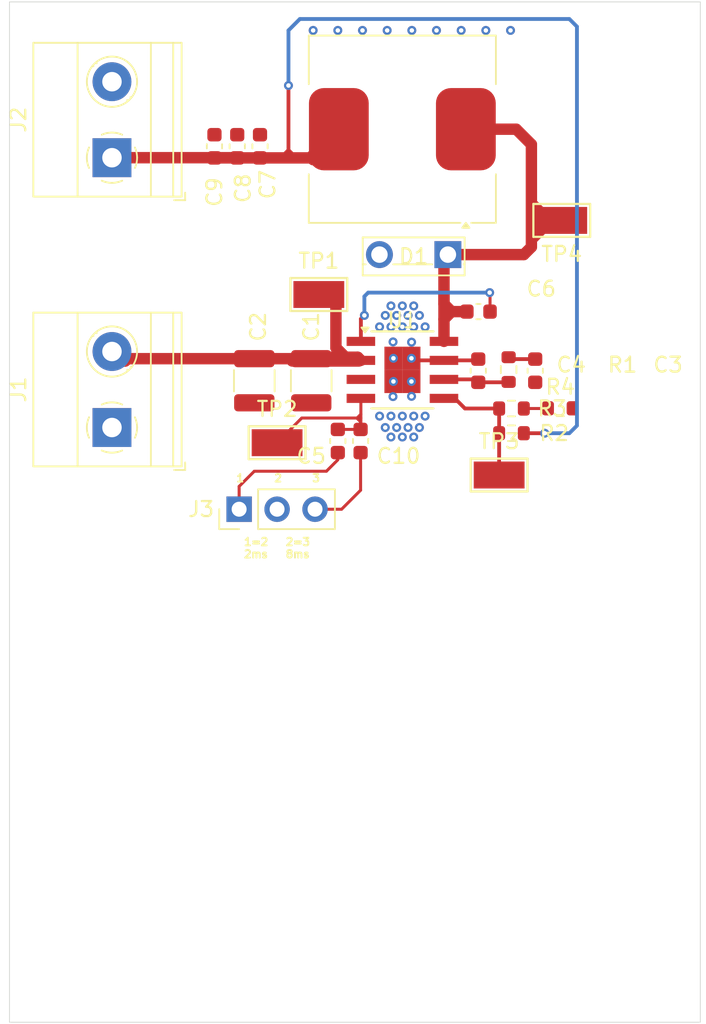
<source format=kicad_pcb>
(kicad_pcb (version 20240108) (generator "pcbnew") (generator_version "8.0")
  (layers (0 "F.Cu" signal "Top Signal") (1 "In1.Cu" power "Gnd 1") (2 "In2.Cu" power "Gnd 2") (31 "B.Cu" signal "Bottom Signal") (34 "B.Paste" user) (35 "F.Paste" user) (36 "B.SilkS" user "B.Silkscreen") (37 "F.SilkS" user "F.Silkscreen") (38 "B.Mask" user) (39 "F.Mask" user) (44 "Edge.Cuts" user))
  (net 0 "")
  (net 1 "GND")
  (net 2 "+12V")
  (net 3 "Net-(C3-Pad1)")
  (net 4 "COMP")
  (net 5 "PH")
  (net 6 "BOOT")
  (net 7 "VSENSE")
  (net 9 "Net-(R3-Pad1)")
  (net 10 "SS1")
  (net 11 "Net-(U1-SS)")
  (net 12 "SS2")
  (net 13 "/+5V")
  (footprint "TestPoint:TestPoint_Keystone_5015_Micro-Minature" (layer "F.Cu") (at 70.104 66.929)
    (property "Reference" "TP1" (at 0 -2.25 0) (layer "F.SilkS"))
    (property "Value" "TestPoint")
    (fp_line (start -1.9 -1.1) (end 1.9 -1.1) (stroke (width 0.15)) (layer "F.SilkS"))
    (fp_line (start -1.9 1.1) (end -1.9 -1.1) (stroke (width 0.15)) (layer "F.SilkS"))
    (fp_line (start 1.9 -1.1) (end 1.9 1.1) (stroke (width 0.15)) (layer "F.SilkS"))
    (fp_line (start 1.9 1.1) (end -1.9 1.1) (stroke (width 0.15)) (layer "F.SilkS"))
    (pad "1" smd rect (at 0 0) (size 3.4 1.8) (layers "F.Cu" "F.Paste" "F.Mask") (net 2 "+12V"))
  )
  (footprint "Resistor_SMD:R_0603_1608Metric" (layer "F.Cu") (at 86.261701 74.535709)
    (property "Reference" "R4" (at 0 -1.43 0) (layer "F.SilkS"))
    (property "Value" "390")
    (fp_line (start -0.237258 -0.5225) (end 0.237258 -0.5225) (stroke (width 0.12)) (layer "F.SilkS"))
    (fp_line (start -0.237258 0.5225) (end 0.237258 0.5225) (stroke (width 0.12)) (layer "F.SilkS"))
    (pad "1" smd roundrect (at -0.825 0) (size 0.8 0.95) (layers "F.Cu" "F.Paste" "F.Mask") (net 9 "Net-(R3-Pad1)"))
    (pad "2" smd roundrect (at 0.825 0) (size 0.8 0.95) (layers "F.Cu" "F.Paste" "F.Mask") (net 1 "GND"))
  )
  (footprint "Inductor_SMD:L_Coilcraft_MSS1278T-XXX" (layer "F.Cu") (at 75.692 55.88 180)
    (property "Reference" "L1" (hide yes))
    (property "Value" "12uH")
    (fp_line (start 6.26 6.26) (end 6.26 3.01) (stroke (width 0.12)) (layer "F.SilkS"))
    (fp_line (start 6.26 -6.26) (end 6.26 -3.01) (stroke (width 0.12)) (layer "F.SilkS"))
    (fp_line (start -3.89 -6.26) (end 6.26 -6.26) (stroke (width 0.12)) (layer "F.SilkS"))
    (fp_line (start -6.26 6.26) (end 6.26 6.26) (stroke (width 0.12)) (layer "F.SilkS"))
    (fp_line (start -6.26 6.26) (end -6.26 3.01) (stroke (width 0.12)) (layer "F.SilkS"))
    (fp_line (start -6.26 -6.26) (end -4.61 -6.26) (stroke (width 0.12)) (layer "F.SilkS"))
    (fp_line (start -6.26 -6.26) (end -6.26 -3.01) (stroke (width 0.12)) (layer "F.SilkS"))
    (fp_poly (pts (xy -4.25 -6.26) (xy -4.49 -6.59) (xy -4.01 -6.59) (xy -4.25 -6.26)) (stroke (width 0.12)) (fill solid) (layer "F.SilkS"))
    (pad "1" smd roundrect (at -4.25 0 180) (size 4 5.5) (layers "F.Cu" "F.Paste" "F.Mask") (net 5 "PH"))
    (pad "2" smd roundrect (at 4.25 0 180) (size 4 5.5) (layers "F.Cu" "F.Paste" "F.Mask") (net 13 "/+5V"))
  )
  (footprint "Resistor_SMD:R_0603_1608Metric" (layer "F.Cu") (at 82.995 74.549)
    (property "Reference" "R3" (at 2.73 0 0) (layer "F.SilkS"))
    (property "Value" "1.5k")
    (fp_line (start -0.237258 -0.5225) (end 0.237258 -0.5225) (stroke (width 0.12)) (layer "F.SilkS"))
    (fp_line (start -0.237258 0.5225) (end 0.237258 0.5225) (stroke (width 0.12)) (layer "F.SilkS"))
    (pad "1" smd roundrect (at -0.825 0) (size 0.8 0.95) (layers "F.Cu" "F.Paste" "F.Mask") (net 9 "Net-(R3-Pad1)"))
    (pad "2" smd roundrect (at 0.825 0) (size 0.8 0.95) (layers "F.Cu" "F.Paste" "F.Mask") (net 7 "VSENSE"))
  )
  (footprint "Capacitor_SMD:C_0603_1608Metric" (layer "F.Cu") (at 84.583 72.022 -90)
    (property "Reference" "C3" (at -0.394 -8.89 180) (layer "F.SilkS"))
    (property "Value" "1nF")
    (fp_line (start -0.14058 0.51) (end 0.14058 0.51) (stroke (width 0.12)) (layer "F.SilkS"))
    (fp_line (start -0.14058 -0.51) (end 0.14058 -0.51) (stroke (width 0.12)) (layer "F.SilkS"))
    (pad "1" smd roundrect (at -0.775 0 270) (size 0.9 0.95) (layers "F.Cu" "F.Paste" "F.Mask") (net 3 "Net-(C3-Pad1)"))
    (pad "2" smd roundrect (at 0.775 0 270) (size 0.9 0.95) (layers "F.Cu" "F.Paste" "F.Mask") (net 1 "GND"))
  )
  (footprint "Connector_PinHeader_2.54mm:PinHeader_1x03_P2.54mm_Vertical" (layer "F.Cu") (at 64.77 81.28 90)
    (property "Reference" "J3" (at 0 -2.54 180) (layer "F.SilkS"))
    (property "Value" "Slow Start")
    (fp_line (start -1.33 -1.33) (end 0 -1.33) (stroke (width 0.12)) (layer "F.SilkS"))
    (fp_line (start -1.33 0) (end -1.33 -1.33) (stroke (width 0.12)) (layer "F.SilkS"))
    (fp_line (start 1.33 1.27) (end 1.33 6.41) (stroke (width 0.12)) (layer "F.SilkS"))
    (fp_line (start -1.33 1.27) (end 1.33 1.27) (stroke (width 0.12)) (layer "F.SilkS"))
    (fp_line (start -1.33 1.27) (end -1.33 6.41) (stroke (width 0.12)) (layer "F.SilkS"))
    (fp_line (start -1.33 6.41) (end 1.33 6.41) (stroke (width 0.12)) (layer "F.SilkS"))
    (pad "1" thru_hole rect (at 0 0 90) (size 1.7 1.7) (drill 1) (layers "*.Cu" "*.Mask") (net 10 "SS1"))
    (pad "2" thru_hole oval (at 0 2.54 90) (size 1.7 1.7) (drill 1) (layers "*.Cu" "*.Mask") (net 1 "GND"))
    (pad "3" thru_hole oval (at 0 5.08 90) (size 1.7 1.7) (drill 1) (layers "*.Cu" "*.Mask") (net 12 "SS2"))
  )
  (footprint "TestPoint:TestPoint_Keystone_5015_Micro-Minature" (layer "F.Cu") (at 67.31 76.835)
    (property "Reference" "TP2" (at 0 -2.25 0) (layer "F.SilkS"))
    (property "Value" "TestPoint")
    (fp_line (start -1.9 -1.1) (end 1.9 -1.1) (stroke (width 0.15)) (layer "F.SilkS"))
    (fp_line (start -1.9 1.1) (end -1.9 -1.1) (stroke (width 0.15)) (layer "F.SilkS"))
    (fp_line (start 1.9 -1.1) (end 1.9 1.1) (stroke (width 0.15)) (layer "F.SilkS"))
    (fp_line (start 1.9 1.1) (end -1.9 1.1) (stroke (width 0.15)) (layer "F.SilkS"))
    (pad "1" smd rect (at 0 0) (size 3.4 1.8) (layers "F.Cu" "F.Paste" "F.Mask") (net 11 "Net-(U1-SS)"))
  )
  (footprint "Capacitor_SMD:C_0603_1608Metric" (layer "F.Cu") (at 71.374 76.721 90)
    (property "Reference" "C5" (at -1.003 -1.778 180) (layer "F.SilkS"))
    (property "Value" "5nF")
    (fp_line (start -0.14058 -0.51) (end 0.14058 -0.51) (stroke (width 0.12)) (layer "F.SilkS"))
    (fp_line (start -0.14058 0.51) (end 0.14058 0.51) (stroke (width 0.12)) (layer "F.SilkS"))
    (pad "1" smd roundrect (at -0.775 0 90) (size 0.9 0.95) (layers "F.Cu" "F.Paste" "F.Mask") (net 10 "SS1"))
    (pad "2" smd roundrect (at 0.775 0 90) (size 0.9 0.95) (layers "F.Cu" "F.Paste" "F.Mask") (net 11 "Net-(U1-SS)"))
  )
  (footprint "Resistor_SMD:R_0603_1608Metric" (layer "F.Cu") (at 82.995 76.2 180)
    (property "Reference" "R2" (at -2.857 0 0) (layer "F.SilkS"))
    (property "Value" "10k")
    (fp_line (start -0.237258 0.5225) (end 0.237258 0.5225) (stroke (width 0.12)) (layer "F.SilkS"))
    (fp_line (start -0.237258 -0.5225) (end 0.237258 -0.5225) (stroke (width 0.12)) (layer "F.SilkS"))
    (pad "1" smd roundrect (at -0.825 0 180) (size 0.8 0.95) (layers "F.Cu" "F.Paste" "F.Mask") (net 13 "/+5V"))
    (pad "2" smd roundrect (at 0.825 0 180) (size 0.8 0.95) (layers "F.Cu" "F.Paste" "F.Mask") (net 7 "VSENSE"))
  )
  (footprint "Package_TO_SOT_THT:TO-251-2_Vertical" (layer "F.Cu") (at 78.74 64.262 180)
    (property "Reference" "D1" (at 2.29 -0.12 0) (layer "F.SilkS"))
    (property "Value" "950mV 10A" (hide yes))
    (fp_line (start 5.7 -1.39) (end 5.7 1.15) (stroke (width 0.12)) (layer "F.SilkS"))
    (fp_line (start 5.505 -0.651) (end 5.7 -0.651) (stroke (width 0.12)) (layer "F.SilkS"))
    (fp_line (start 1.05 -0.651) (end 3.656 -0.651) (stroke (width 0.12)) (layer "F.SilkS"))
    (fp_line (start -1.12 1.15) (end 5.7 1.15) (stroke (width 0.12)) (layer "F.SilkS"))
    (fp_line (start -1.12 -0.651) (end -1.05 -0.651) (stroke (width 0.12)) (layer "F.SilkS"))
    (fp_line (start -1.12 -1.39) (end 5.7 -1.39) (stroke (width 0.12)) (layer "F.SilkS"))
    (fp_line (start -1.12 -1.39) (end -1.12 1.15) (stroke (width 0.12)) (layer "F.SilkS"))
    (pad "1" thru_hole rect (at 0 0 180) (size 1.8 1.8) (drill 1.1) (layers "*.Cu" "*.Mask") (net 5 "PH"))
    (pad "2" thru_hole circle (at 4.58 0 180) (size 1.8 1.8) (drill 1.1) (layers "*.Cu" "*.Mask") (net 1 "GND"))
  )
  (footprint "Capacitor_SMD:C_0603_1608Metric" (layer "F.Cu") (at 63.119 57.023 90)
    (property "Reference" "C9" (at -3.061 0 90) (layer "F.SilkS"))
    (property "Value" "47uF")
    (fp_line (start -0.14058 -0.51) (end 0.14058 -0.51) (stroke (width 0.12)) (layer "F.SilkS"))
    (fp_line (start -0.14058 0.51) (end 0.14058 0.51) (stroke (width 0.12)) (layer "F.SilkS"))
    (pad "1" smd roundrect (at -0.775 0 90) (size 0.9 0.95) (layers "F.Cu" "F.Paste" "F.Mask") (net 13 "/+5V"))
    (pad "2" smd roundrect (at 0.775 0 90) (size 0.9 0.95) (layers "F.Cu" "F.Paste" "F.Mask") (net 1 "GND"))
  )
  (footprint "Capacitor_SMD:C_1210_3225Metric" (layer "F.Cu") (at 65.786 72.693 -90)
    (property "Reference" "C2" (at -3.605 -0.254 -90) (layer "F.SilkS"))
    (property "Value" "22uF")
    (fp_line (start -0.711252 1.36) (end 0.711252 1.36) (stroke (width 0.12)) (layer "F.SilkS"))
    (fp_line (start -0.711252 -1.36) (end 0.711252 -1.36) (stroke (width 0.12)) (layer "F.SilkS"))
    (pad "1" smd roundrect (at -1.475 0 270) (size 1.15 2.7) (layers "F.Cu" "F.Paste" "F.Mask") (roundrect_rratio 0.217391) (net 2 "+12V"))
    (pad "2" smd roundrect (at 1.475 0 270) (size 1.15 2.7) (layers "F.Cu" "F.Paste" "F.Mask") (roundrect_rratio 0.217391) (net 1 "GND"))
  )
  (footprint "Capacitor_SMD:C_1210_3225Metric" (layer "F.Cu") (at 69.596 72.693 -90)
    (property "Reference" "C1" (at -3.605 0 -90) (layer "F.SilkS"))
    (property "Value" "22uF")
    (fp_line (start -0.711252 1.36) (end 0.711252 1.36) (stroke (width 0.12)) (layer "F.SilkS"))
    (fp_line (start -0.711252 -1.36) (end 0.711252 -1.36) (stroke (width 0.12)) (layer "F.SilkS"))
    (pad "1" smd roundrect (at -1.475 0 270) (size 1.15 2.7) (layers "F.Cu" "F.Paste" "F.Mask") (roundrect_rratio 0.217391) (net 2 "+12V"))
    (pad "2" smd roundrect (at 1.475 0 270) (size 1.15 2.7) (layers "F.Cu" "F.Paste" "F.Mask") (roundrect_rratio 0.217391) (net 1 "GND"))
  )
  (footprint "Capacitor_SMD:C_0603_1608Metric" (layer "F.Cu") (at 72.898 76.721 90)
    (property "Reference" "C10" (at -1.003 2.54 180) (layer "F.SilkS"))
    (property "Value" "20nF")
    (fp_line (start -0.14058 -0.51) (end 0.14058 -0.51) (stroke (width 0.12)) (layer "F.SilkS"))
    (fp_line (start -0.14058 0.51) (end 0.14058 0.51) (stroke (width 0.12)) (layer "F.SilkS"))
    (pad "1" smd roundrect (at -0.775 0 90) (size 0.9 0.95) (layers "F.Cu" "F.Paste" "F.Mask") (net 12 "SS2"))
    (pad "2" smd roundrect (at 0.775 0 90) (size 0.9 0.95) (layers "F.Cu" "F.Paste" "F.Mask") (net 11 "Net-(U1-SS)"))
  )
  (footprint "TestPoint:TestPoint_Keystone_5015_Micro-Minature" (layer "F.Cu") (at 86.36 61.976 180)
    (property "Reference" "TP4" (at 0 -2.25 0) (layer "F.SilkS"))
    (property "Value" "TestPoint")
    (fp_line (start 1.9 1.1) (end -1.9 1.1) (stroke (width 0.15)) (layer "F.SilkS"))
    (fp_line (start 1.9 -1.1) (end 1.9 1.1) (stroke (width 0.15)) (layer "F.SilkS"))
    (fp_line (start -1.9 1.1) (end -1.9 -1.1) (stroke (width 0.15)) (layer "F.SilkS"))
    (fp_line (start -1.9 -1.1) (end 1.9 -1.1) (stroke (width 0.15)) (layer "F.SilkS"))
    (pad "1" smd rect (at 0 0 180) (size 3.4 1.8) (layers "F.Cu" "F.Paste" "F.Mask") (net 5 "PH"))
  )
  (footprint "TerminalBlock_Phoenix:TerminalBlock_Phoenix_MKDS-1,5-2-5.08_1x02_P5.08mm_Horizontal" (layer "F.Cu") (at 56.261 57.785 90)
    (property "Reference" "J2" (at 2.54 -6.26 90) (layer "F.SilkS"))
    (property "Value" "5V Out")
    (fp_line (start 7.68 -5.261) (end 7.68 4.66) (stroke (width 0.12)) (layer "F.SilkS"))
    (fp_line (start -2.6 -5.261) (end 7.68 -5.261) (stroke (width 0.12)) (layer "F.SilkS"))
    (fp_line (start -2.6 -5.261) (end -2.6 4.66) (stroke (width 0.12)) (layer "F.SilkS"))
    (fp_line (start -2.6 -2.301) (end 7.68 -2.301) (stroke (width 0.12)) (layer "F.SilkS"))
    (fp_line (start 6.15 -1.275) (end 6.115 -1.239) (stroke (width 0.12)) (layer "F.SilkS"))
    (fp_line (start 6.355 -1.069) (end 6.308 -1.023) (stroke (width 0.12)) (layer "F.SilkS"))
    (fp_line (start 3.853 1.023) (end 3.806 1.069) (stroke (width 0.12)) (layer "F.SilkS"))
    (fp_line (start 4.046 1.239) (end 4.011 1.274) (stroke (width 0.12)) (layer "F.SilkS"))
    (fp_line (start -2.6 2.6) (end 7.68 2.6) (stroke (width 0.12)) (layer "F.SilkS"))
    (fp_line (start -2.6 4.1) (end 7.68 4.1) (stroke (width 0.12)) (layer "F.SilkS"))
    (fp_line (start -2.84 4.16) (end -2.84 4.9) (stroke (width 0.12)) (layer "F.SilkS"))
    (fp_line (start -2.6 4.66) (end 7.68 4.66) (stroke (width 0.12)) (layer "F.SilkS"))
    (fp_line (start -2.84 4.9) (end -2.34 4.9) (stroke (width 0.12)) (layer "F.SilkS"))
    (fp_arc (start -0.683042 -1.535427) (mid 0.000524 -1.680501) (end 0.684 -1.535) (stroke (width 0.12)) (layer "F.SilkS"))
    (fp_arc (start 1.535427 -0.683042) (mid 1.680501 0.000524) (end 1.535 0.684) (stroke (width 0.12)) (layer "F.SilkS"))
    (fp_arc (start -1.535427 0.683042) (mid -1.680501 -0.000524) (end -1.535 -0.684) (stroke (width 0.12)) (layer "F.SilkS"))
    (fp_arc (start 0.683318 1.534756) (mid 0.349292 1.643288) (end 0 1.68) (stroke (width 0.12)) (layer "F.SilkS"))
    (fp_arc (start 0.028805 1.680253) (mid -0.335551 1.646659) (end -0.684 1.535) (stroke (width 0.12)) (layer "F.SilkS"))
    (fp_circle (center 5.08 0) (end 6.76 0) (stroke (width 0.12)) (fill none) (layer "F.SilkS"))
    (pad "1" thru_hole rect (at 0 0 90) (size 2.6 2.6) (drill 1.3) (layers "*.Cu" "*.Mask") (net 13 "/+5V"))
    (pad "2" thru_hole circle (at 5.08 0 90) (size 2.6 2.6) (drill 1.3) (layers "*.Cu" "*.Mask") (net 1 "GND"))
  )
  (footprint "Resistor_SMD:R_0603_1608Metric" (layer "F.Cu") (at 82.804 71.946 90)
    (property "Reference" "R1" (at 0.318 7.62 180) (layer "F.SilkS"))
    (property "Value" "50k")
    (fp_line (start -0.237258 -0.5225) (end 0.237258 -0.5225) (stroke (width 0.12)) (layer "F.SilkS"))
    (fp_line (start -0.237258 0.5225) (end 0.237258 0.5225) (stroke (width 0.12)) (layer "F.SilkS"))
    (pad "1" smd roundrect (at -0.825 0 90) (size 0.8 0.95) (layers "F.Cu" "F.Paste" "F.Mask") (net 4 "COMP"))
    (pad "2" smd roundrect (at 0.825 0 90) (size 0.8 0.95) (layers "F.Cu" "F.Paste" "F.Mask") (net 3 "Net-(C3-Pad1)"))
  )
  (footprint "Capacitor_SMD:C_0603_1608Metric" (layer "F.Cu") (at 80.772 72.022 90)
    (property "Reference" "C4" (at 0.394 6.223 180) (layer "F.SilkS"))
    (property "Value" "10pF")
    (fp_line (start -0.14058 -0.51) (end 0.14058 -0.51) (stroke (width 0.12)) (layer "F.SilkS"))
    (fp_line (start -0.14058 0.51) (end 0.14058 0.51) (stroke (width 0.12)) (layer "F.SilkS"))
    (pad "1" smd roundrect (at -0.775 0 90) (size 0.9 0.95) (layers "F.Cu" "F.Paste" "F.Mask") (net 4 "COMP"))
    (pad "2" smd roundrect (at 0.775 0 90) (size 0.9 0.95) (layers "F.Cu" "F.Paste" "F.Mask") (net 1 "GND"))
  )
  (footprint "Capacitor_SMD:C_0603_1608Metric" (layer "F.Cu") (at 66.167 57.023 90)
    (property "Reference" "C7" (at -2.553 0.508 90) (layer "F.SilkS"))
    (property "Value" "47uF")
    (fp_line (start -0.14058 -0.51) (end 0.14058 -0.51) (stroke (width 0.12)) (layer "F.SilkS"))
    (fp_line (start -0.14058 0.51) (end 0.14058 0.51) (stroke (width 0.12)) (layer "F.SilkS"))
    (pad "1" smd roundrect (at -0.775 0 90) (size 0.9 0.95) (layers "F.Cu" "F.Paste" "F.Mask") (net 13 "/+5V"))
    (pad "2" smd roundrect (at 0.775 0 90) (size 0.9 0.95) (layers "F.Cu" "F.Paste" "F.Mask") (net 1 "GND"))
  )
  (footprint "TerminalBlock_Phoenix:TerminalBlock_Phoenix_MKDS-1,5-2-5.08_1x02_P5.08mm_Horizontal" (layer "F.Cu") (at 56.261 75.819 90)
    (property "Reference" "J1" (at 2.54 -6.26 90) (layer "F.SilkS"))
    (property "Value" "12V Accu")
    (fp_line (start 7.68 -5.261) (end 7.68 4.66) (stroke (width 0.12)) (layer "F.SilkS"))
    (fp_line (start -2.6 -5.261) (end 7.68 -5.261) (stroke (width 0.12)) (layer "F.SilkS"))
    (fp_line (start -2.6 -5.261) (end -2.6 4.66) (stroke (width 0.12)) (layer "F.SilkS"))
    (fp_line (start -2.6 -2.301) (end 7.68 -2.301) (stroke (width 0.12)) (layer "F.SilkS"))
    (fp_line (start 6.15 -1.275) (end 6.115 -1.239) (stroke (width 0.12)) (layer "F.SilkS"))
    (fp_line (start 6.355 -1.069) (end 6.308 -1.023) (stroke (width 0.12)) (layer "F.SilkS"))
    (fp_line (start 3.853 1.023) (end 3.806 1.069) (stroke (width 0.12)) (layer "F.SilkS"))
    (fp_line (start 4.046 1.239) (end 4.011 1.274) (stroke (width 0.12)) (layer "F.SilkS"))
    (fp_line (start -2.6 2.6) (end 7.68 2.6) (stroke (width 0.12)) (layer "F.SilkS"))
    (fp_line (start -2.6 4.1) (end 7.68 4.1) (stroke (width 0.12)) (layer "F.SilkS"))
    (fp_line (start -2.84 4.16) (end -2.84 4.9) (stroke (width 0.12)) (layer "F.SilkS"))
    (fp_line (start -2.6 4.66) (end 7.68 4.66) (stroke (width 0.12)) (layer "F.SilkS"))
    (fp_line (start -2.84 4.9) (end -2.34 4.9) (stroke (width 0.12)) (layer "F.SilkS"))
    (fp_arc (start -0.683042 -1.535427) (mid 0.000524 -1.680501) (end 0.684 -1.535) (stroke (width 0.12)) (layer "F.SilkS"))
    (fp_arc (start 1.535427 -0.683042) (mid 1.680501 0.000524) (end 1.535 0.684) (stroke (width 0.12)) (layer "F.SilkS"))
    (fp_arc (start -1.535427 0.683042) (mid -1.680501 -0.000524) (end -1.535 -0.684) (stroke (width 0.12)) (layer "F.SilkS"))
    (fp_arc (start 0.683318 1.534756) (mid 0.349292 1.643288) (end 0 1.68) (stroke (width 0.12)) (layer "F.SilkS"))
    (fp_arc (start 0.028805 1.680253) (mid -0.335551 1.646659) (end -0.684 1.535) (stroke (width 0.12)) (layer "F.SilkS"))
    (fp_circle (center 5.08 0) (end 6.76 0) (stroke (width 0.12)) (fill none) (layer "F.SilkS"))
    (pad "1" thru_hole rect (at 0 0 90) (size 2.6 2.6) (drill 1.3) (layers "*.Cu" "*.Mask") (net 1 "GND"))
    (pad "2" thru_hole circle (at 5.08 0 90) (size 2.6 2.6) (drill 1.3) (layers "*.Cu" "*.Mask") (net 2 "+12V"))
  )
  (footprint "Capacitor_SMD:C_0603_1608Metric" (layer "F.Cu") (at 64.643 57.023 90)
    (property "Reference" "C8" (at -2.807 0.381 90) (layer "F.SilkS"))
    (property "Value" "47uF")
    (fp_line (start -0.14058 -0.51) (end 0.14058 -0.51) (stroke (width 0.12)) (layer "F.SilkS"))
    (fp_line (start -0.14058 0.51) (end 0.14058 0.51) (stroke (width 0.12)) (layer "F.SilkS"))
    (pad "1" smd roundrect (at -0.775 0 90) (size 0.9 0.95) (layers "F.Cu" "F.Paste" "F.Mask") (net 13 "/+5V"))
    (pad "2" smd roundrect (at 0.775 0 90) (size 0.9 0.95) (layers "F.Cu" "F.Paste" "F.Mask") (net 1 "GND"))
  )
  (footprint "TestPoint:TestPoint_Keystone_5015_Micro-Minature" (layer "F.Cu") (at 82.169 78.994)
    (property "Reference" "TP3" (at 0 -2.25 0) (layer "F.SilkS"))
    (property "Value" "TestPoint")
    (fp_line (start -1.9 -1.1) (end 1.9 -1.1) (stroke (width 0.15)) (layer "F.SilkS"))
    (fp_line (start -1.9 1.1) (end -1.9 -1.1) (stroke (width 0.15)) (layer "F.SilkS"))
    (fp_line (start 1.9 -1.1) (end 1.9 1.1) (stroke (width 0.15)) (layer "F.SilkS"))
    (fp_line (start 1.9 1.1) (end -1.9 1.1) (stroke (width 0.15)) (layer "F.SilkS"))
    (pad "1" smd rect (at 0 0) (size 3.4 1.8) (layers "F.Cu" "F.Paste" "F.Mask") (net 7 "VSENSE"))
  )
  (footprint "Capacitor_SMD:C_0603_1608Metric" (layer "F.Cu") (at 80.785 68.072 180)
    (property "Reference" "C6" (at -4.204 1.524 0) (layer "F.SilkS"))
    (property "Value" "100nF")
    (fp_line (start -0.14058 0.51) (end 0.14058 0.51) (stroke (width 0.12)) (layer "F.SilkS"))
    (fp_line (start -0.14058 -0.51) (end 0.14058 -0.51) (stroke (width 0.12)) (layer "F.SilkS"))
    (pad "1" smd roundrect (at -0.775 0 180) (size 0.9 0.95) (layers "F.Cu" "F.Paste" "F.Mask") (net 6 "BOOT"))
    (pad "2" smd roundrect (at 0.775 0 180) (size 0.9 0.95) (layers "F.Cu" "F.Paste" "F.Mask") (net 5 "PH"))
  )
  (footprint "Package_SO:TI_SO-PowerPAD-8" (layer "F.Cu") (at 75.697983 71.966194)
    (property "Reference" "U1" (at 0 -3.3 0) (layer "F.SilkS"))
    (property "Value" "~")
    (fp_line (start -2.075 -2.575) (end 2.075 -2.575) (stroke (width 0.15)) (layer "F.SilkS"))
    (fp_line (start -2.075 2.575) (end 2.075 2.575) (stroke (width 0.15)) (layer "F.SilkS"))
    (fp_poly (pts (xy -2.5 -2.5) (xy -2.74 -2.83) (xy -2.26 -2.83) (xy -2.5 -2.5)) (stroke (width 0.12)) (fill solid) (layer "F.SilkS"))
    (pad "1" smd rect (at -2.78 -1.905) (size 1.91 0.61) (layers "F.Cu" "F.Paste" "F.Mask") (net 6 "BOOT"))
    (pad "2" smd rect (at -2.78 -0.635) (size 1.91 0.61) (layers "F.Cu" "F.Paste" "F.Mask") (net 2 "+12V"))
    (pad "3" smd rect (at -2.78 0.635) (size 1.91 0.61) (layers "F.Cu" "F.Paste" "F.Mask"))
    (pad "4" smd rect (at -2.78 1.905) (size 1.91 0.61) (layers "F.Cu" "F.Paste" "F.Mask") (net 11 "Net-(U1-SS)"))
    (pad "5" smd rect (at 2.78 1.905) (size 1.91 0.61) (layers "F.Cu" "F.Paste" "F.Mask") (net 7 "VSENSE"))
    (pad "6" smd rect (at 2.78 0.635) (size 1.91 0.61) (layers "F.Cu" "F.Paste" "F.Mask") (net 4 "COMP"))
    (pad "7" smd rect (at 2.78 -0.635) (size 1.91 0.61) (layers "F.Cu" "F.Paste" "F.Mask") (net 1 "GND"))
    (pad "8" smd rect (at 2.78 -1.905) (size 1.91 0.61) (layers "F.Cu" "F.Paste" "F.Mask") (net 5 "PH"))
    (pad "9" smd rect (at -0.6025 -0.775) (size 1.205 1.55) (layers "F.Cu" "F.Paste" "F.Mask") (net 1 "GND"))
    (pad "9" smd rect (at -0.6025 0.775) (size 1.205 1.55) (layers "F.Cu" "F.Paste" "F.Mask") (net 1 "GND"))
    (pad "9" smd rect (at 0.6025 -0.775) (size 1.205 1.55) (layers "F.Cu" "F.Paste" "F.Mask") (net 1 "GND"))
    (pad "9" smd rect (at 0.6025 0.775) (size 1.205 1.55) (layers "F.Cu" "F.Paste" "F.Mask") (net 1 "GND"))
  )
  (gr_rect (start 49.403 47.371) (end 95.631 115.57) (stroke (width 0.05)) (fill none) (layer "Edge.Cuts"))
  (gr_text "2=3\n8ms" (at 67.818 84.582 0) (layer "F.SilkS") (effects (font (size 0.508 0.508) (thickness 0.127) (bold yes)) (justify left bottom)))
  (gr_text "1" (at 64.516 79.502 0) (layer "F.SilkS") (effects (font (size 0.508 0.508) (thickness 0.127) (bold yes)) (justify left bottom)))
  (gr_text "3" (at 69.596 79.502 0) (layer "F.SilkS") (effects (font (size 0.508 0.508) (thickness 0.127) (bold yes)) (justify left bottom)))
  (gr_text "1=2 \n2ms" (at 65.024 84.582 0) (layer "F.SilkS") (effects (font (size 0.508 0.508) (thickness 0.127) (bold yes)) (justify left bottom)))
  (gr_text "2" (at 67.056 79.502 0) (layer "F.SilkS") (effects (font (size 0.508 0.508) (thickness 0.127) (bold yes)) (justify left bottom)))
  (segment (start 76.440483 71.331194) (end 76.300483 71.191194) (width 0.254) (layer "F.Cu") (net 1))
  (segment (start 78.477983 71.331194) (end 80.687806 71.331194) (width 0.254) (layer "F.Cu") (net 1))
  (segment (start 78.477983 71.331194) (end 76.440483 71.331194) (width 0.254) (layer "F.Cu") (net 1))
  (segment (start 80.687806 71.331194) (end 80.772 71.247) (width 0.254) (layer "F.Cu") (net 1))
  (via (at 74.93 69.088) (size 0.6) (drill 0.3) (layers "F.Cu" "B.Cu") (net 1))
  (via (at 74.93 76.454) (size 0.6) (drill 0.3) (layers "F.Cu" "B.Cu") (net 1))
  (via (at 76.454 75.057) (size 0.6) (drill 0.3) (layers "F.Cu" "B.Cu") (net 1))
  (via (at 69.723 49.276) (size 0.6) (drill 0.3) (layers "F.Cu" "B.Cu") (net 1))
  (via (at 75.095483 72.741194) (size 0.6) (drill 0.3) (layers "F.Cu" "B.Cu") (net 1))
  (via (at 77.216 75.057) (size 0.6) (drill 0.3) (layers "F.Cu" "B.Cu") (net 1))
  (via (at 74.168 69.088) (size 0.6) (drill 0.3) (layers "F.Cu" "B.Cu") (net 1))
  (via (at 71.374 49.276) (size 0.6) (drill 0.3) (layers "F.Cu" "B.Cu") (net 1))
  (via (at 82.931 49.276) (size 0.6) (drill 0.3) (layers "F.Cu" "B.Cu") (net 1))
  (via (at 76.073 68.326) (size 0.6) (drill 0.3) (layers "F.Cu" "B.Cu") (net 1))
  (via (at 74.549 68.326) (size 0.6) (drill 0.3) (layers "F.Cu" "B.Cu") (net 1))
  (via (at 77.216 69.088) (size 0.6) (drill 0.3) (layers "F.Cu" "B.Cu") (net 1))
  (via (at 75.311 68.326) (size 0.6) (drill 0.3) (layers "F.Cu" "B.Cu") (net 1))
  (via (at 75.095483 71.191194) (size 0.6) (drill 0.3) (layers "F.Cu" "B.Cu") (net 1))
  (via (at 76.327 49.276) (size 0.6) (drill 0.3) (layers "F.Cu" "B.Cu") (net 1))
  (via (at 74.168 75.057) (size 0.6) (drill 0.3) (layers "F.Cu" "B.Cu") (net 1))
  (via (at 76.454 69.088) (size 0.6) (drill 0.3) (layers "F.Cu" "B.Cu") (net 1))
  (via (at 74.549 75.819) (size 0.6) (drill 0.3) (layers "F.Cu" "B.Cu") (net 1))
  (via (at 75.692 67.691) (size 0.6) (drill 0.3) (layers "F.Cu" "B.Cu") (net 1))
  (via (at 74.676 49.276) (size 0.6) (drill 0.3) (layers "F.Cu" "B.Cu") (net 1))
  (via (at 76.073 75.819) (size 0.6) (drill 0.3) (layers "F.Cu" "B.Cu") (net 1))
  (via (at 79.629 49.276) (size 0.6) (drill 0.3) (layers "F.Cu" "B.Cu") (net 1))
  (via (at 74.93 75.057) (size 0.6) (drill 0.3) (layers "F.Cu" "B.Cu") (net 1))
  (via (at 75.311 75.819) (size 0.6) (drill 0.3) (layers "F.Cu" "B.Cu") (net 1))
  (via (at 76.300483 72.741194) (size 0.6) (drill 0.3) (layers "F.Cu" "B.Cu") (net 1))
  (via (at 76.835 68.326) (size 0.6) (drill 0.3) (layers "F.Cu" "B.Cu") (net 1))
  (via (at 73.025 49.276) (size 0.6) (drill 0.3) (layers "F.Cu" "B.Cu") (net 1))
  (via (at 76.300483 71.191194) (size 0.6) (drill 0.3) (layers "F.Cu" "B.Cu") (net 1))
  (via (at 81.28 49.276) (size 0.6) (drill 0.3) (layers "F.Cu" "B.Cu") (net 1))
  (via (at 75.070917 70.09607) (size 0.6) (drill 0.3) (layers "F.Cu" "B.Cu") (net 1))
  (via (at 75.065894 73.752224) (size 0.6) (drill 0.3) (layers "F.Cu" "B.Cu") (net 1))
  (via (at 76.309129 70.113929) (size 0.6) (drill 0.3) (layers "F.Cu" "B.Cu") (net 1))
  (via (at 74.93 67.691) (size 0.6) (drill 0.3) (layers "F.Cu" "B.Cu") (net 1))
  (via (at 76.454 67.691) (size 0.6) (drill 0.3) (layers "F.Cu" "B.Cu") (net 1))
  (via (at 75.692 69.088) (size 0.6) (drill 0.3) (layers "F.Cu" "B.Cu") (net 1))
  (via (at 75.692 76.454) (size 0.6) (drill 0.3) (layers "F.Cu" "B.Cu") (net 1))
  (via (at 76.835 75.819) (size 0.6) (drill 0.3) (layers "F.Cu" "B.Cu") (net 1))
  (via (at 75.692 75.057) (size 0.6) (drill 0.3) (layers "F.Cu" "B.Cu") (net 1))
  (via (at 77.978 49.276) (size 0.6) (drill 0.3) (layers "F.Cu" "B.Cu") (net 1))
  (via (at 76.454 76.454) (size 0.6) (drill 0.3) (layers "F.Cu" "B.Cu") (net 1))
  (via (at 76.307083 73.734365) (size 0.6) (drill 0.3) (layers "F.Cu" "B.Cu") (net 1))
  (segment (start 56.261 70.739) (end 56.896 71.374) (width 0.762) (layer "F.Cu") (net 2))
  (segment (start 69.596 71.12) (end 71.882 71.12) (width 0.762) (layer "F.Cu") (net 2))
  (segment (start 71.247 68.326) (end 71.247 67.183) (width 0.762) (layer "F.Cu") (net 2))
  (segment (start 57.306 71.218) (end 65.786 71.218) (width 0.762) (layer "F.Cu") (net 2))
  (segment (start 71.882 71.12) (end 72.706789 71.12) (width 0.762) (layer "F.Cu") (net 2))
  (segment (start 56.896 71.374) (end 57.15 71.374) (width 0.762) (layer "F.Cu") (net 2))
  (segment (start 72.706789 71.12) (end 72.917983 71.331194) (width 0.762) (layer "F.Cu") (net 2))
  (segment (start 70.612 71.374) (end 72.785 71.374) (width 0.762) (layer "F.Cu") (net 2))
  (segment (start 68.326 71.374) (end 70.612 71.374) (width 0.762) (layer "F.Cu") (net 2))
  (segment (start 71.882 71.12) (end 71.247 70.485) (width 0.762) (layer "F.Cu") (net 2))
  (segment (start 65.786 71.218) (end 69.596 71.218) (width 0.762) (layer "F.Cu") (net 2))
  (segment (start 57.15 71.374) (end 57.306 71.218) (width 0.762) (layer "F.Cu") (net 2))
  (segment (start 71.247 70.485) (end 71.247 68.326) (width 0.762) (layer "F.Cu") (net 2))
  (segment (start 82.93 71.247) (end 82.804 71.121) (width 0.254) (layer "F.Cu") (net 3))
  (segment (start 84.582 71.247) (end 82.93 71.247) (width 0.254) (layer "F.Cu") (net 3))
  (segment (start 80.772 72.797) (end 82.778 72.797) (width 0.254) (layer "F.Cu") (net 4))
  (segment (start 82.778 72.797) (end 82.804 72.771) (width 0.254) (layer "F.Cu") (net 4))
  (segment (start 78.477983 72.601194) (end 80.576194 72.601194) (width 0.254) (layer "F.Cu") (net 4))
  (segment (start 80.576194 72.601194) (end 80.772 72.797) (width 0.254) (layer "F.Cu") (net 4))
  (segment (start 84.328 63.246) (end 84.328 63.754) (width 0.762) (layer "F.Cu") (net 5))
  (segment (start 84.582 62.103) (end 84.328 61.849) (width 0.762) (layer "F.Cu") (net 5))
  (segment (start 84.328 60.833) (end 84.328 61.849) (width 0.762) (layer "F.Cu") (net 5))
  (segment (start 84.328 56.896) (end 84.328 60.833) (width 0.762) (layer "F.Cu") (net 5))
  (segment (start 78.477983 67.564) (end 78.477983 66.802) (width 0.762) (layer "F.Cu") (net 5))
  (segment (start 86.36 62.103) (end 84.582 62.103) (width 0.762) (layer "F.Cu") (net 5))
  (segment (start 78.477983 66.802) (end 78.477983 64.524017) (width 0.762) (layer "F.Cu") (net 5))
  (segment (start 85.471 62.103) (end 86.36 62.103) (width 0.762) (layer "F.Cu") (net 5))
  (segment (start 83.82 64.262) (end 78.74 64.262) (width 0.762) (layer "F.Cu") (net 5))
  (segment (start 84.328 63.246) (end 85.471 62.103) (width 0.762) (layer "F.Cu") (net 5))
  (segment (start 79.942 55.88) (end 83.312 55.88) (width 0.762) (layer "F.Cu") (net 5))
  (segment (start 78.477983 68.58) (end 78.985983 68.072) (width 0.762) (layer "F.Cu") (net 5))
  (segment (start 78.477983 68.58) (end 78.477983 66.802) (width 0.762) (layer "F.Cu") (net 5))
  (segment (start 78.985983 68.072) (end 80.01 68.072) (width 0.762) (layer "F.Cu") (net 5))
  (segment (start 78.477983 70.061194) (end 78.477983 68.58) (width 0.762) (layer "F.Cu") (net 5))
  (segment (start 83.312 55.88) (end 84.328 56.896) (width 0.762) (layer "F.Cu") (net 5))
  (segment (start 78.477983 64.524017) (end 78.74 64.262) (width 0.762) (layer "F.Cu") (net 5))
  (segment (start 84.328 61.849) (end 84.328 63.246) (width 0.762) (layer "F.Cu") (net 5))
  (segment (start 84.328 63.754) (end 83.82 64.262) (width 0.762) (layer "F.Cu") (net 5))
  (segment (start 85.598 62.103) (end 84.328 60.833) (width 0.762) (layer "F.Cu") (net 5))
  (segment (start 86.36 62.103) (end 85.598 62.103) (width 0.762) (layer "F.Cu") (net 5))
  (segment (start 78.985983 68.072) (end 78.477983 67.564) (width 0.762) (layer "F.Cu") (net 5))
  (segment (start 81.56 66.828) (end 81.56 68.072) (width 0.2) (layer "F.Cu") (net 6))
  (segment (start 73.152 68.326) (end 72.917983 68.560017) (width 0.254) (layer "F.Cu") (net 6))
  (segment (start 72.917983 68.560017) (end 72.917983 70.061194) (width 0.254) (layer "F.Cu") (net 6))
  (segment (start 81.534 66.802) (end 81.56 66.828) (width 0.2) (layer "F.Cu") (net 6))
  (via (at 81.534 66.802) (size 0.6) (drill 0.3) (layers "F.Cu" "B.Cu") (net 6))
  (via (at 73.152 68.326) (size 0.6) (drill 0.3) (layers "F.Cu" "B.Cu") (net 6))
  (segment (start 73.406 66.802) (end 73.152 67.056) (width 0.254) (layer "B.Cu") (net 6))
  (segment (start 81.534 66.802) (end 73.406 66.802) (width 0.254) (layer "B.Cu") (net 6))
  (segment (start 73.152 67.056) (end 73.152 68.326) (width 0.254) (layer "B.Cu") (net 6))
  (segment (start 85.42341 74.549) (end 85.436701 74.535709) (width 0.2) (layer "F.Cu") (net 7))
  (segment (start 79.205194 73.871194) (end 79.883 74.549) (width 0.254) (layer "F.Cu") (net 7))
  (segment (start 79.883 74.549) (end 82.17 74.549) (width 0.254) (layer "F.Cu") (net 7))
  (segment (start 83.82 74.549) (end 85.42341 74.549) (width 0.2) (layer "F.Cu") (net 7))
  (segment (start 82.17 76.201) (end 82.169 76.202) (width 0.254) (layer "F.Cu") (net 7))
  (segment (start 78.477983 73.871194) (end 79.205194 73.871194) (width 0.254) (layer "F.Cu") (net 7))
  (segment (start 82.17 74.549) (end 82.17 76.2) (width 0.254) (layer "F.Cu") (net 7))
  (segment (start 82.17 76.2) (end 82.17 76.201) (width 0.254) (layer "F.Cu") (net 7))
  (segment (start 82.169 76.202) (end 82.169 78.994) (width 0.254) (layer "F.Cu") (net 7))
  (segment (start 70.612 78.74) (end 65.786 78.74) (width 0.2) (layer "F.Cu") (net 10))
  (segment (start 71.374 77.496) (end 71.374 77.978) (width 0.2) (layer "F.Cu") (net 10))
  (segment (start 64.77 79.756) (end 64.77 81.28) (width 0.2) (layer "F.Cu") (net 10))
  (segment (start 65.786 78.74) (end 64.77 79.756) (width 0.2) (layer "F.Cu") (net 10))
  (segment (start 71.374 77.978) (end 70.612 78.74) (width 0.2) (layer "F.Cu") (net 10))
  (segment (start 72.898 75.438) (end 72.898 75.946) (width 0.2) (layer "F.Cu") (net 11))
  (segment (start 72.917983 75.184) (end 72.917983 75.926017) (width 0.2) (layer "F.Cu") (net 11))
  (segment (start 72.917983 75.184) (end 72.644 75.184) (width 0.2) (layer "F.Cu") (net 11))
  (segment (start 72.644 75.184) (end 72.663983 75.184) (width 0.2) (layer "F.Cu") (net 11))
  (segment (start 72.644 75.184) (end 68.961 75.184) (width 0.2) (layer "F.Cu") (net 11))
  (segment (start 72.917983 75.926017) (end 72.898 75.946) (width 0.2) (layer "F.Cu") (net 11))
  (segment (start 72.917983 74.93) (end 72.917983 75.184) (width 0.2) (layer "F.Cu") (net 11))
  (segment (start 72.663983 75.184) (end 72.917983 74.93) (width 0.2) (layer "F.Cu") (net 11))
  (segment (start 72.898 75.946) (end 71.374 75.946) (width 0.2) (layer "F.Cu") (net 11))
  (segment (start 72.644 75.184) (end 72.898 75.438) (width 0.2) (layer "F.Cu") (net 11))
  (segment (start 68.961 75.184) (end 67.31 76.835) (width 0.2) (layer "F.Cu") (net 11))
  (segment (start 72.917983 73.871194) (end 72.917983 74.93) (width 0.2) (layer "F.Cu") (net 11))
  (segment (start 71.628 81.28) (end 69.85 81.28) (width 0.2) (layer "F.Cu") (net 12))
  (segment (start 72.898 80.01) (end 71.628 81.28) (width 0.2) (layer "F.Cu") (net 12))
  (segment (start 72.898 77.496) (end 72.898 80.01) (width 0.2) (layer "F.Cu") (net 12))
  (segment (start 69.524 57.798) (end 71.442 55.88) (width 0.762) (layer "F.Cu") (net 13))
  (segment (start 70.612 57.912) (end 69.723 57.912) (width 0.762) (layer "F.Cu") (net 13))
  (segment (start 56.261 57.785) (end 64.63 57.785) (width 0.762) (layer "F.Cu") (net 13))
  (segment (start 71.442 55.88) (end 71.442 56.193) (width 0.762) (layer "F.Cu") (net 13))
  (segment (start 66.167 57.798) (end 69.524 57.798) (width 0.762) (layer "F.Cu") (net 13))
  (segment (start 68.072 57.277) (end 68.072 57.658) (width 0.254) (layer "F.Cu") (net 13))
  (segment (start 83.82 76.2) (end 85.217 76.2) (width 0.254) (layer "F.Cu") (net 13))
  (segment (start 71.442 56.193) (end 69.723 57.912) (width 0.762) (layer "F.Cu") (net 13))
  (segment (start 68.072 57.277) (end 68.707 57.912) (width 0.254) (layer "F.Cu") (net 13))
  (segment (start 71.374 57.15) (end 70.612 57.912) (width 0.762) (layer "F.Cu") (net 13))
  (segment (start 64.63 57.785) (end 64.643 57.798) (width 0.762) (layer "F.Cu") (net 13))
  (segment (start 68.072 57.277) (end 67.437 57.912) (width 0.254) (layer "F.Cu") (net 13))
  (segment (start 66.167 57.798) (end 63.119 57.798) (width 0.762) (layer "F.Cu") (net 13))
  (segment (start 68.072 57.531) (end 67.691 57.912) (width 0.254) (layer "F.Cu") (net 13))
  (segment (start 68.707 57.912) (end 68.834 57.912) (width 0.254) (layer "F.Cu") (net 13))
  (segment (start 68.072 57.277) (end 68.072 57.531) (width 0.254) (layer "F.Cu") (net 13))
  (segment (start 68.072 52.959) (end 68.072 57.277) (width 0.254) (layer "F.Cu") (net 13))
  (segment (start 68.072 57.658) (end 68.326 57.912) (width 0.254) (layer "F.Cu") (net 13))
  (via (at 68.072 52.959) (size 0.6) (drill 0.3) (layers "F.Cu" "B.Cu") (net 13))
  (via (at 85.217 76.2) (size 0.6) (drill 0.3) (layers "F.Cu" "B.Cu") (net 13))
  (segment (start 86.868 48.514) (end 87.376 49.022) (width 0.254) (layer "B.Cu") (net 13))
  (segment (start 87.376 75.692) (end 86.868 76.2) (width 0.254) (layer "B.Cu") (net 13))
  (segment (start 68.072 52.959) (end 68.072 49.276) (width 0.254) (layer "B.Cu") (net 13))
  (segment (start 86.868 76.2) (end 85.217 76.2) (width 0.254) (layer "B.Cu") (net 13))
  (segment (start 87.376 49.022) (end 87.376 75.692) (width 0.254) (layer "B.Cu") (net 13))
  (segment (start 68.834 48.514) (end 86.868 48.514) (width 0.254) (layer "B.Cu") (net 13))
  (segment (start 68.072 49.276) (end 68.834 48.514) (width 0.254) (layer "B.Cu") (net 13))
)
</source>
